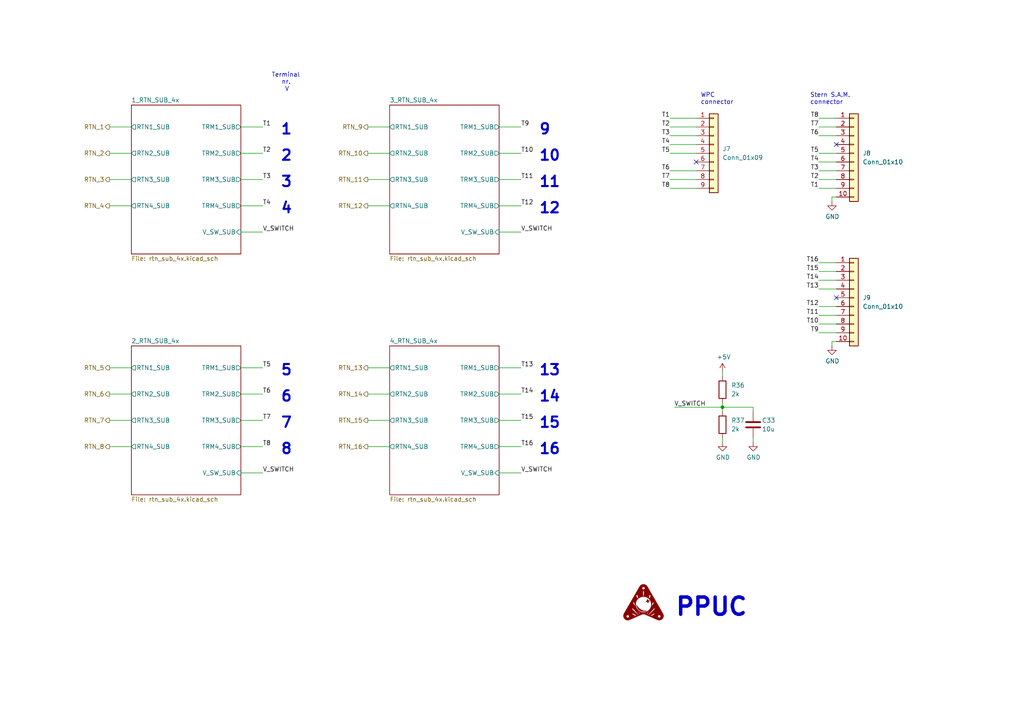
<source format=kicad_sch>
(kicad_sch (version 20211123) (generator eeschema)
  (paper "A4")
  (title_block (title "IO_16x8_matrix") (date "2024-02-18") (rev "0.1.0"))
  (lib_symbols
    (symbol "Connector_Generic:Conn_01x09" (pin_names (offset 1.016) hide)
      (property "Reference" "J" (at 0 12.7 0))
      (property "Value" "Conn_01x09" (at 0 -12.7 0))
      (symbol "Conn_01x09_1_1"
        (rectangle (start -1.27 -10.033) (end 0 -10.287) (stroke (width 0.1524)))
        (rectangle (start -1.27 -7.493) (end 0 -7.747) (stroke (width 0.1524)))
        (rectangle (start -1.27 -4.953) (end 0 -5.207) (stroke (width 0.1524)))
        (rectangle (start -1.27 -2.413) (end 0 -2.667) (stroke (width 0.1524)))
        (rectangle (start -1.27 0.127) (end 0 -0.127) (stroke (width 0.1524)))
        (rectangle (start -1.27 2.667) (end 0 2.413) (stroke (width 0.1524)))
        (rectangle (start -1.27 5.207) (end 0 4.953) (stroke (width 0.1524)))
        (rectangle (start -1.27 7.747) (end 0 7.493) (stroke (width 0.1524)))
        (rectangle (start -1.27 10.287) (end 0 10.033) (stroke (width 0.1524)))
        (rectangle (start -1.27 11.43) (end 1.27 -11.43) (stroke (width 0.254)) (fill (type background)))
        (pin passive line (at -5.08 10.16 0) (length 3.81) (name "Pin_1") (number "1"))
        (pin passive line (at -5.08 7.62 0) (length 3.81) (name "Pin_2") (number "2"))
        (pin passive line (at -5.08 5.08 0) (length 3.81) (name "Pin_3") (number "3"))
        (pin passive line (at -5.08 2.54 0) (length 3.81) (name "Pin_4") (number "4"))
        (pin passive line (at -5.08 0 0) (length 3.81) (name "Pin_5") (number "5"))
        (pin passive line (at -5.08 -2.54 0) (length 3.81) (name "Pin_6") (number "6"))
        (pin passive line (at -5.08 -5.08 0) (length 3.81) (name "Pin_7") (number "7"))
        (pin passive line (at -5.08 -7.62 0) (length 3.81) (name "Pin_8") (number "8"))
        (pin passive line (at -5.08 -10.16 0) (length 3.81) (name "Pin_9") (number "9"))
      )
    )
    (symbol "Connector_Generic:Conn_01x10" (pin_names (offset 1.016) hide)
      (property "Reference" "J" (at 0 12.7 0))
      (property "Value" "Conn_01x10" (at 0 -15.24 0))
      (symbol "Conn_01x10_1_1"
        (rectangle (start -1.27 -12.573) (end 0 -12.827) (stroke (width 0.1524)))
        (rectangle (start -1.27 -10.033) (end 0 -10.287) (stroke (width 0.1524)))
        (rectangle (start -1.27 -7.493) (end 0 -7.747) (stroke (width 0.1524)))
        (rectangle (start -1.27 -4.953) (end 0 -5.207) (stroke (width 0.1524)))
        (rectangle (start -1.27 -2.413) (end 0 -2.667) (stroke (width 0.1524)))
        (rectangle (start -1.27 0.127) (end 0 -0.127) (stroke (width 0.1524)))
        (rectangle (start -1.27 2.667) (end 0 2.413) (stroke (width 0.1524)))
        (rectangle (start -1.27 5.207) (end 0 4.953) (stroke (width 0.1524)))
        (rectangle (start -1.27 7.747) (end 0 7.493) (stroke (width 0.1524)))
        (rectangle (start -1.27 10.287) (end 0 10.033) (stroke (width 0.1524)))
        (rectangle (start -1.27 11.43) (end 1.27 -13.97) (stroke (width 0.254)) (fill (type background)))
        (pin passive line (at -5.08 10.16 0) (length 3.81) (name "Pin_1") (number "1"))
        (pin passive line (at -5.08 -12.7 0) (length 3.81) (name "Pin_10") (number "10"))
        (pin passive line (at -5.08 7.62 0) (length 3.81) (name "Pin_2") (number "2"))
        (pin passive line (at -5.08 5.08 0) (length 3.81) (name "Pin_3") (number "3"))
        (pin passive line (at -5.08 2.54 0) (length 3.81) (name "Pin_4") (number "4"))
        (pin passive line (at -5.08 0 0) (length 3.81) (name "Pin_5") (number "5"))
        (pin passive line (at -5.08 -2.54 0) (length 3.81) (name "Pin_6") (number "6"))
        (pin passive line (at -5.08 -5.08 0) (length 3.81) (name "Pin_7") (number "7"))
        (pin passive line (at -5.08 -7.62 0) (length 3.81) (name "Pin_8") (number "8"))
        (pin passive line (at -5.08 -10.16 0) (length 3.81) (name "Pin_9") (number "9"))
      )
    )
    (symbol "Device:C" (pin_numbers hide) (pin_names (offset 0.254))
      (property "Reference" "C" (at 0.635 2.54 0))
      (property "Value" "C" (at 0.635 -2.54 0))
      (symbol "C_0_1"
        (polyline (pts (xy -2.032 -0.762) (xy 2.032 -0.762)) (stroke (width 0.508)))
        (polyline (pts (xy -2.032 0.762) (xy 2.032 0.762)) (stroke (width 0.508)))
      )
      (symbol "C_1_1"
        (pin passive line (at 0 3.81 270) (length 2.794) (name "~") (number "1"))
        (pin passive line (at 0 -3.81 90) (length 2.794) (name "~") (number "2"))
      )
    )
    (symbol "Device:R" (pin_numbers hide) (pin_names (offset 0))
      (property "Reference" "R" (at 2.032 0 90))
      (property "Value" "R" (at 0 0 90))
      (symbol "R_0_1"
        (rectangle (start -1.016 -2.54) (end 1.016 2.54) (stroke (width 0.254)))
      )
      (symbol "R_1_1"
        (pin passive line (at 0 3.81 270) (length 1.27) (name "~") (number "1"))
        (pin passive line (at 0 -3.81 90) (length 1.27) (name "~") (number "2"))
      )
    )
    (symbol "PPUC_LOGO_LIB:LOGO" (pin_names (offset 1.016))
      (symbol "LOGO_0_0"
        (polyline (pts (xy 1.3461 0.5723) (xy 1.401 0.7319) (xy 1.5604 0.9187) (xy 1.7415 1.0689) (xy 1.5906 1.0703) (xy 1.4626 1.0839) (xy 1.2757 1.1732) (xy 1.1226 1.3565) (xy 1.0185 1.5273) (xy 1.0183 1.3201) (xy 1.0052 1.1853) (xy 0.9467 1.0647) (xy 0.8201 0.9316) (xy 0.6221 0.7503) (xy 0.8008 0.7503) (xy 0.8737 0.7451) (xy 1.0075 0.6918) (xy 1.1462 0.5632) (xy 1.3128 0.3761) (xy 1.3461 0.5723)) (stroke (width 0.01)) (fill (type outline)))
        (polyline (pts (xy 0.1988 -2.0744) (xy 0.5626 -2.0132) (xy 0.8306 -1.9387) (xy 0.5626 -1.9329) (xy 0.4034 -1.9255) (xy -0.1437 -1.8346) (xy -0.6511 -1.6461) (xy -1.1124 -1.3635) (xy -1.5212 -0.9906) (xy -1.8709 -0.5311) (xy -1.984 -0.3573) (xy -2.0545 -0.2659) (xy -2.0804 -0.2689) (xy -2.0663 -0.3675) (xy -2.0172 -0.5626) (xy -1.9531 -0.7694) (xy -1.7523 -1.1905) (xy -1.478 -1.5343) (xy -1.1315 -1.7993) (xy -0.7139 -1.9844) (xy -0.5869 -2.0195) (xy -0.2016 -2.0761) (xy 0.1988 -2.0744)) (stroke (width 0.01)) (fill (type outline)))
        (polyline (pts (xy -4.5517 -4.6263) (xy -4.4448 -4.6087) (xy -4.3144 -4.5748) (xy -4.1524 -4.5216) (xy -3.9504 -4.4461) (xy -3.7002 -4.3452) (xy -3.3934 -4.216) (xy -3.0218 -4.0554) (xy -2.5771 -3.8605) (xy -2.0509 -3.6282) (xy -1.435 -3.3556) (xy -1.2826 -3.2884) (xy -0.8872 -3.1181) (xy -0.5757 -2.9915) (xy -0.3394 -2.9052) (xy -0.1694 -2.8558) (xy -0.0568 -2.84) (xy -0.0245 -2.8416) (xy 0.131 -2.8733) (xy 0.3579 -2.9476) (xy 0.3988 -2.9636) (xy 0.839 -2.9636) (xy 0.8472 -2.8886) (xy 0.9027 -2.7535) (xy 0.9916 -2.5822) (xy 1.0998 -2.3987) (xy 1.2134 -2.2268) (xy 1.3183 -2.0905) (xy 1.4005 -2.0137) (xy 1.4168 -2.0042) (xy 1.5142 -1.9565) (xy 1.554 -1.9532) (xy 1.5352 -1.9949) (xy 1.471 -2.1124) (xy 1.372 -2.2847) (xy 1.2494 -2.4921) (xy 1.1911 -2.5891) (xy 1.067 -2.7902) (xy 0.9809 -2.9159) (xy 0.922 -2.9787) (xy 0.8793 -2.9916) (xy 0.8417 -2.9673) (xy 0.839 -2.9636) (xy 0.3988 -2.9636) (xy 0.6639 -3.0673) (xy 0.7882 -3.1204) (xy 1.3552 -3.1204) (xy 1.3684 -3.0819) (xy 1.4092 -3.0182) (xy 1.4848 -2.9199) (xy 1.6022 -2.7776) (xy 1.7681 -2.5821) (xy 1.9898 -2.3238) (xy 2.2741 -1.9934) (xy 2.3543 -1.9006) (xy 2.5716 -1.6532) (xy 2.7639 -1.4401) (xy 2.9202 -1.2731) (xy 3.0295 -1.1642) (xy 3.0806 -1.1253) (xy 3.1358 -1.1406) (xy 3.2268 -1.2163) (xy 3.2683 -1.3101) (xy 3.2514 -1.3383) (xy 3.1703 -1.4365) (xy 3.0314 -1.5923) (xy 2.845 -1.7944) (xy 2.6213 -2.0315) (xy 2.3707 -2.2924) (xy 2.351 -2.3128) (xy 2.0542 -2.6162) (xy 1.8219 -2.8468) (xy 1.6473 -3.011) (xy 1.5231 -3.1152) (xy 1.4426 -3.1656) (xy 1.3986 -3.1685) (xy 1.3841 -3.1593) (xy 1.3628 -3.1431) (xy 1.3552 -3.1204) (xy 0.7882 -3.1204) (xy 1.0567 -3.2351) (xy 1.0705 -3.2411) (xy 1.3795 -3.3769) (xy 1.9566 -3.3769) (xy 1.9884 -3.3276) (xy 2.094 -3.2343) (xy 2.2572 -3.1101) (xy 2.4618 -2.9683) (xy 2.6777 -2.8269) (xy 2.8466 -2.7247) (xy 2.9592 -2.6709) (xy 3.0317 -2.658) (xy 3.0801 -2.6784) (xy 3.1461 -2.75) (xy 3.1608 -2.8368) (xy 3.096 -2.9317) (xy 2.9448 -3.0443) (xy 2.7 -3.184) (xy 2.4032 -3.33) (xy 2.1841 -3.41) (xy 2.1049 -3.4183) (xy 4.0884 -3.4183) (xy 4.1623 -3.2625) (xy 4.3036 -3.1508) (xy 4.5012 -3.108) (xy 4.5793 -3.1144) (xy 4.7536 -3.1871) (xy 4.8688 -3.3198) (xy 4.9151 -3.4866) (xy 4.8831 -3.6614) (xy 4.7631 -3.818) (xy 4.7494 -3.8288) (xy 4.5699 -3.9046) (xy 4.377 -3.8877) (xy 4.2041 -3.7802) (xy 4.187 -3.7622) (xy 4.093 -3.5932) (xy 4.0884 -3.4183) (xy 2.1049 -3.4183) (xy 2.0372 -3.4254) (xy 1.9569 -3.3776) (xy 1.9566 -3.3769) (xy 1.3795 -3.3769) (xy 1.4118 -3.3911) (xy 1.8166 -3.5689) (xy 2.2518 -3.7602) (xy 2.6843 -3.9502) (xy 3.0812 -4.1246) (xy 3.4438 -4.2828) (xy 3.7384 -4.4075) (xy 3.9656 -4.4978) (xy 4.1405 -4.5588) (xy 4.2783 -4.5958) (xy 4.3943 -4.6142) (xy 4.5035 -4.6191) (xy 4.5541 -4.6183) (xy 4.9176 -4.5572) (xy 5.2324 -4.407) (xy 5.4866 -4.1778) (xy 5.6688 -3.8797) (xy 5.767 -3.5229) (xy 5.7717 -3.4883) (xy 5.7812 -3.4013) (xy 5.7831 -3.317) (xy 5.7737 -3.2275) (xy 5.7489 -3.1248) (xy 5.7051 -3.001) (xy 5.6384 -2.848) (xy 5.5448 -2.658) (xy 5.4206 -2.4231) (xy 5.2619 -2.1351) (xy 5.0648 -1.7863) (xy 4.8256 -1.3685) (xy 4.5403 -0.874) (xy 4.2052 -0.2947) (xy 3.8596 0.3026) (xy 3.2999 1.2707) (xy 2.6957 2.3167) (xy 2.0442 3.4454) (xy 1.3424 4.6621) (xy 1.3358 4.6735) (xy 1.1639 4.9694) (xy 1.0314 5.1879) (xy 0.9254 5.3445) (xy 0.8331 5.4546) (xy 0.7415 5.5337) (xy 0.6378 5.5972) (xy 0.509 5.6605) (xy 0.4416 5.69) (xy 0.084 5.7811) (xy -0.2769 5.7684) (xy -0.6253 5.6522) (xy -0.7345 5.5939) (xy -0.885 5.5) (xy -0.9779 5.4245) (xy -0.9942 5.4027) (xy -1.0647 5.2936) (xy -1.1755 5.1127) (xy -1.3175 4.8747) (xy -1.4638 4.6255) (xy -0.4632 4.6255) (xy -0.4306 4.8182) (xy -0.3984 4.8816) (xy -0.2632 5.0164) (xy -0.0889 5.0695) (xy 0.0977 5.0371) (xy 0.2697 4.9157) (xy 0.3554 4.7754) (xy 0.3676 4.5978) (xy 0.2886 4.4299) (xy 0.1241 4.2957) (xy 0.0455 4.2633) (xy -0.1365 4.2539) (xy -0.2956 4.324) (xy -0.4114 4.4543) (xy -0.4632 4.6255) (xy -1.4638 4.6255) (xy -1.4819 4.5946) (xy -1.66 4.287) (xy -1.7166 4.1885) (xy -1.9049 3.8615) (xy -2.0851 3.5488) (xy -2.1688 3.404) (xy -0.2283 3.404) (xy -0.2262 3.5927) (xy -0.2144 3.7126) (xy -0.1911 3.7823) (xy -0.1547 3.82) (xy -0.0974 3.8437) (xy 0.0195 3.8417) (xy 0.061 3.8097) (xy 0.0892 3.7328) (xy 0.1031 3.5914) (xy 0.1067 3.3643) (xy 0.1066 3.3405) (xy 0.1012 3.0848) (xy 0.089 2.834) (xy 0.0724 2.6392) (xy 0.0716 2.6321) (xy 0.043 2.4646) (xy 0.0034 2.3807) (xy -0.0579 2.3578) (xy -0.1111 2.3636) (xy -0.1783 2.398) (xy -0.1789 2.3992) (xy -0.1896 2.4712) (xy -0.2012 2.627) (xy -0.2123 2.8444) (xy -0.2216 3.1014) (xy -0.2224 3.1282) (xy -0.2283 3.404) (xy -2.1688 3.404) (xy -2.2461 3.2702) (xy -2.3763 3.0453) (xy -2.4646 2.8937) (xy -2.5328 2.7766) (xy -2.6595 2.5584) (xy -2.6793 2.5242) (xy -2.1341 2.5242) (xy -2.1155 2.5845) (xy -2.0247 2.675) (xy -1.8982 2.6952) (xy -1.7757 2.633) (xy -1.7537 2.6068) (xy -1.6879 2.4618) (xy -1.6458 2.267) (xy -1.6309 2.0599) (xy -1.6466 1.8782) (xy -1.6962 1.7594) (xy -1.7615 1.6966) (xy -1.8218 1.6612) (xy -1.8419 1.6763) (xy -1.8946 1.7681) (xy -1.9597 1.9182) (xy -2.0266 2.0977) (xy -2.0849 2.2778) (xy -2.1243 2.4296) (xy -2.1341 2.5242) (xy -2.6793 2.5242) (xy -2.8158 2.2886) (xy -2.9879 1.9906) (xy -3.1625 1.688) (xy -3.2951 1.458) (xy -3.469 1.1568) (xy -3.63 0.8782) (xy -3.7647 0.6455) (xy -3.8595 0.4823) (xy -3.8914 0.4274) (xy -3.0678 0.4274) (xy -3.0484 0.5433) (xy -2.9776 0.6215) (xy -2.8768 0.6275) (xy -2.7998 0.5648) (xy -2.7033 0.4155) (xy -2.6127 0.2108) (xy -2.5894 0.1365) (xy -2.3239 0.1365) (xy -2.2472 0.5701) (xy -2.0885 0.9814) (xy -1.8498 1.3566) (xy -1.5332 1.6819) (xy -1.1407 1.9435) (xy -0.9119 2.0507) (xy -0.4377 2.1933) (xy 0.0354 2.2296) (xy 0.504 2.1594) (xy 0.8654 2.0208) (xy 1.5087 2.0208) (xy 1.525 2.2218) (xy 1.567 2.4548) (xy 1.6445 2.6272) (xy 1.7518 2.7009) (xy 1.8868 2.6733) (xy 1.9403 2.6399) (xy 1.9991 2.568) (xy 2.0109 2.4625) (xy 1.976 2.3022) (xy 1.8947 2.0662) (xy 1.8728 2.0084) (xy 1.8012 1.8315) (xy 1.7436 1.7078) (xy 1.7109 1.6612) (xy 1.6648 1.6879) (xy 1.5826 1.7664) (xy 1.55 1.8078) (xy 1.5157 1.8934) (xy 1.5087 2.0208) (xy 0.8654 2.0208) (xy 0.9647 1.9827) (xy 1.1079 1.903) (xy 1.4698 1.6273) (xy 1.772 1.2848) (xy 2.0056 0.8931) (xy 2.1613 0.4697) (xy 2.2302 0.0322) (xy 2.203 -0.4019) (xy 2.1714 -0.5408) (xy 2.1461 -0.6155) (xy 2.3578 -0.6155) (xy 2.3583 -0.2943) (xy 2.3682 -0.0984) (xy 2.4156 0.0962) (xy 2.5179 0.3043) (xy 2.5922 0.4276) (xy 2.6782 0.5541) (xy 2.7341 0.617) (xy 2.7414 0.6209) (xy 2.8273 0.6122) (xy 2.9101 0.5431) (xy 2.9472 0.4477) (xy 2.9318 0.398) (xy 2.8706 0.2689) (xy 2.7736 0.0883) (xy 2.6525 -0.1215) (xy 2.3578 -0.6155) (xy 2.1461 -0.6155) (xy 2.064 -0.8575) (xy 1.9161 -1.1751) (xy 1.7457 -1.4578) (xy 1.5706 -1.6698) (xy 1.3652 -1.8396) (xy 1.0298 -2.0466) (xy 0.6676 -2.2076) (xy 0.3215 -2.3008) (xy 0.1712 -2.3246) (xy 0.0123 -2.3442) (xy -0.1182 -2.3464) (xy -0.2648 -2.331) (xy -0.4724 -2.2979) (xy -0.4834 -2.296) (xy -0.9009 -2.1729) (xy -1.3021 -1.9569) (xy -1.6617 -1.6616) (xy -1.7713 -1.5443) (xy -2.0424 -1.1598) (xy -2.2235 -0.7423) (xy -2.3167 -0.3056) (xy -2.3239 0.1365) (xy -2.5894 0.1365) (xy -2.5398 -0.0217) (xy -2.4965 -0.2545) (xy -2.4816 -0.4145) (xy -2.4756 -0.541) (xy -2.4815 -0.5894) (xy -2.5017 -0.5657) (xy -2.5654 -0.4691) (xy -2.6582 -0.3191) (xy -2.7664 -0.1389) (xy -2.8762 0.0488) (xy -2.974 0.2208) (xy -3.046 0.3543) (xy -3.0678 0.4274) (xy -3.8914 0.4274) (xy -4.074 0.1136) (xy -4.3251 -0.3193) (xy -4.5746 -0.7508) (xy -4.8159 -1.1694) (xy -4.8786 -1.2784) (xy -3.3671 -1.2784) (xy -3.3327 -1.1892) (xy -3.2323 -1.1521) (xy -3.1966 -1.1624) (xy -3.1101 -1.2232) (xy -2.9813 -1.3438) (xy -2.8042 -1.5303) (xy -2.5728 -1.7888) (xy -2.4208 -1.9643) (xy -1.6612 -1.9643) (xy -1.6594 -1.9591) (xy -1.608 -1.97) (xy -1.508 -2.0309) (xy -1.4986 -2.0381) (xy -1.4073 -2.1382) (xy -1.294 -2.297) (xy -1.1757 -2.4857) (xy -1.1695 -2.4968) (xy -0.7356 -2.4968) (xy -0.7314 -2.4282) (xy -0.7254 -2.4236) (xy -0.6547 -2.4286) (xy -0.5743 -2.4801) (xy -0.5359 -2.5467) (xy -0.5327 -2.5851) (xy -0.5292 -2.5989) (xy -0.1072 -2.5989) (xy -0.1012 -2.5619) (xy -0.0536 -2.5185) (xy -0.029 -2.5276) (xy 0 -2.5989) (xy -0.0061 -2.6359) (xy -0.0536 -2.6793) (xy -0.0783 -2.6702) (xy -0.1072 -2.5989) (xy -0.5292 -2.5989) (xy -0.5081 -2.6831) (xy 0.3751 -2.6831) (xy 0.3938 -2.606) (xy 0.4512 -2.5082) (xy 0.5205 -2.4385) (xy 0.5741 -2.4318) (xy 0.5748 -2.4325) (xy 0.5814 -2.4999) (xy 0.5635 -2.6219) (xy 0.5251 -2.7192) (xy 0.4602 -2.7803) (xy 0.4009 -2.7713) (xy 0.3751 -2.6831) (xy -0.5081 -2.6831) (xy -0.5034 -2.7017) (xy -0.4959 -2.7525) (xy -0.5517 -2.7865) (xy -0.5685 -2.7818) (xy -0.6326 -2.7165) (xy -0.6955 -2.6073) (xy -0.7356 -2.4968) (xy -1.1695 -2.4968) (xy -1.0699 -2.6753) (xy -0.9938 -2.8369) (xy -0.9646 -2.9417) (xy -0.969 -2.9815) (xy -1.0057 -2.9971) (xy -1.0815 -2.9245) (xy -1.199 -2.761) (xy -1.3606 -2.5038) (xy -1.4599 -2.3373) (xy -1.5641 -2.1562) (xy -1.635 -2.025) (xy -1.6612 -1.9643) (xy -2.4208 -1.9643) (xy -2.2811 -2.1255) (xy -2.1217 -2.3119) (xy -1.9044 -2.5679) (xy -1.7186 -2.7886) (xy -1.574 -2.9626) (xy -1.4803 -3.0784) (xy -1.4469 -3.1245) (xy -1.454 -3.1382) (xy -1.52 -3.1781) (xy -1.5278 -3.1783) (xy -1.6047 -3.1327) (xy -1.7462 -3.0164) (xy -1.9453 -2.8356) (xy -2.1952 -2.5966) (xy -2.489 -2.3054) (xy -2.6581 -2.1348) (xy -2.9131 -1.8736) (xy -3.1029 -1.672) (xy -3.2353 -1.521) (xy -3.3182 -1.4112) (xy -3.3595 -1.3334) (xy -3.3671 -1.2784) (xy -4.8786 -1.2784) (xy -5.0426 -1.5637) (xy -5.2481 -1.9224) (xy -5.4258 -2.2341) (xy -5.5692 -2.4873) (xy -5.6719 -2.6707) (xy -5.7271 -2.7729) (xy -5.7627 -2.8709) (xy -3.2801 -2.8709) (xy -3.2782 -2.7698) (xy -3.2311 -2.6705) (xy -3.1611 -2.6257) (xy -3.1607 -2.6257) (xy -3.0971 -2.6543) (xy -2.9637 -2.7303) (xy -2.7798 -2.8423) (xy -2.5647 -2.9788) (xy -2.4856 -3.0303) (xy -2.2723 -3.1753) (xy -2.1417 -3.2771) (xy -2.0852 -3.3429) (xy -2.0946 -3.3799) (xy -2.1486 -3.4044) (xy -2.2775 -3.4271) (xy -2.3431 -3.4116) (xy -2.4883 -3.3518) (xy -2.6743 -3.2611) (xy -2.8733 -3.1545) (xy -3.0577 -3.0469) (xy -3.1998 -2.9533) (xy -3.2718 -2.8888) (xy -3.2801 -2.8709) (xy -5.7627 -2.8709) (xy -5.8531 -3.1193) (xy -5.8778 -3.4709) (xy -5.8635 -3.5309) (xy -5.022 -3.5309) (xy -5.0037 -3.3668) (xy -4.9098 -3.2345) (xy -4.7661 -3.1451) (xy -4.5983 -3.1099) (xy -4.432 -3.1399) (xy -4.293 -3.2464) (xy -4.1967 -3.4285) (xy -4.2009 -3.61) (xy -4.3113 -3.7802) (xy -4.4173 -3.8602) (xy -4.5991 -3.9092) (xy -4.7763 -3.8703) (xy -4.9237 -3.7513) (xy -5.016 -3.5602) (xy -5.022 -3.5309) (xy -5.8635 -3.5309) (xy -5.7969 -3.8115) (xy -5.611 -4.1347) (xy -5.4411 -4.3242) (xy -5.1815 -4.5027) (xy -4.8682 -4.6016) (xy -4.8152 -4.6112) (xy -4.7286 -4.6245) (xy -4.6436 -4.6306) (xy -4.5517 -4.6263)) (stroke (width 0.01)) (fill (type outline)))
      )
    )
    (symbol "power:+5V" (power) (pin_names (offset 0))
      (property "Value" "+5V" (at 0 3.556 0))
      (symbol "+5V_0_1"
        (polyline (pts (xy -0.762 1.27) (xy 0 2.54)))
        (polyline (pts (xy 0 0) (xy 0 2.54)))
        (polyline (pts (xy 0 2.54) (xy 0.762 1.27)))
      )
      (symbol "+5V_1_1"
        (pin power_in line (at 0 0 90) (length 0) hide (name "+5V") (number "1"))
      )
    )
    (symbol "power:GND" (power) (pin_names (offset 0))
      (property "Value" "GND" (at 0 -3.81 0))
      (symbol "GND_0_1"
        (polyline (pts (xy 0 0) (xy 0 -1.27) (xy 1.27 -1.27) (xy 0 -2.54) (xy -1.27 -1.27) (xy 0 -1.27)))
      )
      (symbol "GND_1_1"
        (pin power_in line (at 0 0 270) (length 0) hide (name "GND") (number "1"))
      )
    )
  )
  (junction (at 209.55 118.11))
  (no_connect (at 242.57 41.91))
  (no_connect (at 201.93 46.99))
  (no_connect (at 242.57 86.36))
  (wire (pts (xy 194.31 54.61) (xy 201.93 54.61)))
  (wire (pts (xy 106.68 106.68) (xy 113.03 106.68)))
  (wire (pts (xy 194.31 41.91) (xy 201.93 41.91)))
  (wire (pts (xy 209.55 118.11) (xy 218.44 118.11)))
  (wire (pts (xy 69.85 67.31) (xy 76.2 67.31)))
  (wire (pts (xy 144.78 106.68) (xy 151.13 106.68)))
  (wire (pts (xy 31.75 121.92) (xy 38.1 121.92)))
  (wire (pts (xy 144.78 52.07) (xy 151.13 52.07)))
  (wire (pts (xy 237.49 78.74) (xy 242.57 78.74)))
  (wire (pts (xy 237.49 91.44) (xy 242.57 91.44)))
  (wire (pts (xy 237.49 44.45) (xy 242.57 44.45)))
  (wire (pts (xy 237.49 93.98) (xy 242.57 93.98)))
  (wire (pts (xy 237.49 39.37) (xy 242.57 39.37)))
  (wire (pts (xy 237.49 34.29) (xy 242.57 34.29)))
  (wire (pts (xy 209.55 118.11) (xy 209.55 119.38)))
  (wire (pts (xy 31.75 106.68) (xy 38.1 106.68)))
  (wire (pts (xy 241.3 57.15) (xy 241.3 58.42)))
  (wire (pts (xy 237.49 96.52) (xy 242.57 96.52)))
  (wire (pts (xy 209.55 116.84) (xy 209.55 118.11)))
  (wire (pts (xy 69.85 36.83) (xy 76.2 36.83)))
  (wire (pts (xy 237.49 88.9) (xy 242.57 88.9)))
  (wire (pts (xy 31.75 114.3) (xy 38.1 114.3)))
  (wire (pts (xy 106.68 129.54) (xy 113.03 129.54)))
  (wire (pts (xy 106.68 59.69) (xy 113.03 59.69)))
  (wire (pts (xy 242.57 99.06) (xy 241.3 99.06)))
  (wire (pts (xy 106.68 36.83) (xy 113.03 36.83)))
  (wire (pts (xy 194.31 39.37) (xy 201.93 39.37)))
  (wire (pts (xy 195.58 118.11) (xy 209.55 118.11)))
  (wire (pts (xy 69.85 129.54) (xy 76.2 129.54)))
  (wire (pts (xy 144.78 129.54) (xy 151.13 129.54)))
  (wire (pts (xy 237.49 49.53) (xy 242.57 49.53)))
  (wire (pts (xy 242.57 57.15) (xy 241.3 57.15)))
  (wire (pts (xy 31.75 44.45) (xy 38.1 44.45)))
  (wire (pts (xy 237.49 83.82) (xy 242.57 83.82)))
  (wire (pts (xy 194.31 36.83) (xy 201.93 36.83)))
  (wire (pts (xy 237.49 54.61) (xy 242.57 54.61)))
  (wire (pts (xy 237.49 76.2) (xy 242.57 76.2)))
  (wire (pts (xy 237.49 36.83) (xy 242.57 36.83)))
  (wire (pts (xy 69.85 121.92) (xy 76.2 121.92)))
  (wire (pts (xy 31.75 129.54) (xy 38.1 129.54)))
  (wire (pts (xy 69.85 52.07) (xy 76.2 52.07)))
  (wire (pts (xy 194.31 49.53) (xy 201.93 49.53)))
  (wire (pts (xy 31.75 36.83) (xy 38.1 36.83)))
  (wire (pts (xy 31.75 59.69) (xy 38.1 59.69)))
  (wire (pts (xy 144.78 67.31) (xy 151.13 67.31)))
  (wire (pts (xy 31.75 52.07) (xy 38.1 52.07)))
  (wire (pts (xy 218.44 127) (xy 218.44 128.27)))
  (wire (pts (xy 69.85 106.68) (xy 76.2 106.68)))
  (wire (pts (xy 144.78 137.16) (xy 151.13 137.16)))
  (wire (pts (xy 106.68 121.92) (xy 113.03 121.92)))
  (wire (pts (xy 241.3 99.06) (xy 241.3 100.33)))
  (wire (pts (xy 69.85 59.69) (xy 76.2 59.69)))
  (wire (pts (xy 144.78 44.45) (xy 151.13 44.45)))
  (wire (pts (xy 144.78 114.3) (xy 151.13 114.3)))
  (wire (pts (xy 194.31 34.29) (xy 201.93 34.29)))
  (wire (pts (xy 194.31 44.45) (xy 201.93 44.45)))
  (wire (pts (xy 106.68 44.45) (xy 113.03 44.45)))
  (wire (pts (xy 144.78 59.69) (xy 151.13 59.69)))
  (wire (pts (xy 106.68 52.07) (xy 113.03 52.07)))
  (wire (pts (xy 69.85 44.45) (xy 76.2 44.45)))
  (wire (pts (xy 209.55 107.95) (xy 209.55 109.22)))
  (wire (pts (xy 237.49 52.07) (xy 242.57 52.07)))
  (wire (pts (xy 144.78 36.83) (xy 151.13 36.83)))
  (wire (pts (xy 69.85 137.16) (xy 76.2 137.16)))
  (wire (pts (xy 237.49 81.28) (xy 242.57 81.28)))
  (wire (pts (xy 194.31 52.07) (xy 201.93 52.07)))
  (wire (pts (xy 209.55 127) (xy 209.55 128.27)))
  (wire (pts (xy 237.49 46.99) (xy 242.57 46.99)))
  (wire (pts (xy 144.78 121.92) (xy 151.13 121.92)))
  (wire (pts (xy 106.68 114.3) (xy 113.03 114.3)))
  (wire (pts (xy 69.85 114.3) (xy 76.2 114.3)))
  (wire (pts (xy 218.44 118.11) (xy 218.44 119.38)))
  (text "10" (at 156.21 46.99 0) (effects (font (size 3 3) (thickness 0.6) bold) (justify left bottom)))
  (text "16" (at 156.21 132.08 0) (effects (font (size 3 3) (thickness 0.6) bold) (justify left bottom)))
  (text "7" (at 81.28 124.46 0) (effects (font (size 3 3) (thickness 0.6) bold) (justify left bottom)))
  (text "14" (at 156.21 116.84 0) (effects (font (size 3 3) (thickness 0.6) bold) (justify left bottom)))
  (text "8" (at 81.28 132.08 0) (effects (font (size 3 3) (thickness 0.6) bold) (justify left bottom)))
  (text "15" (at 156.21 124.46 0) (effects (font (size 3 3) (thickness 0.6) bold) (justify left bottom)))
  (text "1" (at 81.28 39.37 0) (effects (font (size 3 3) (thickness 0.6) bold) (justify left bottom)))
  (text "11" (at 156.21 54.61 0) (effects (font (size 3 3) (thickness 0.6) bold) (justify left bottom)))
  (text "13" (at 156.21 109.22 0) (effects (font (size 3 3) (thickness 0.6) bold) (justify left bottom)))
  (text "4" (at 81.28 62.23 0) (effects (font (size 3 3) (thickness 0.6) bold) (justify left bottom)))
  (text "PPUC" (at 195.58 179.07 0) (effects (font (size 5 5) bold) (justify left bottom)))
  (text "12" (at 156.21 62.23 0) (effects (font (size 3 3) (thickness 0.6) bold) (justify left bottom)))
  (text "WPC\nconnector\n" (at 203.2 30.48 0) (effects (font (size 1.27 1.27)) (justify left bottom)))
  (text "3" (at 81.28 54.61 0) (effects (font (size 3 3) (thickness 0.6) bold) (justify left bottom)))
  (text "6" (at 81.28 116.84 0) (effects (font (size 3 3) (thickness 0.6) bold) (justify left bottom)))
  (text "Terminal\n   nr.\n    V" (at 78.74 26.67 0) (effects (font (size 1.27 1.27)) (justify left bottom)))
  (text "Stern S.A.M.\nconnector\n" (at 234.95 30.48 0) (effects (font (size 1.27 1.27)) (justify left bottom)))
  (text "2" (at 81.28 46.99 0) (effects (font (size 3 3) (thickness 0.6) bold) (justify left bottom)))
  (text "9" (at 156.21 39.37 0) (effects (font (size 3 3) (thickness 0.6) bold) (justify left bottom)))
  (text "5" (at 81.28 109.22 0) (effects (font (size 3 3) (thickness 0.6) bold) (justify left bottom)))
  (label "T5" (at 237.49 44.45 180))
  (label "T13" (at 151.13 106.68 0))
  (label "T15" (at 237.49 78.74 180))
  (label "T13" (at 237.49 83.82 180))
  (label "T5" (at 194.31 44.45 180))
  (label "T6" (at 237.49 39.37 180))
  (label "T4" (at 237.49 46.99 180))
  (label "V_SWITCH" (at 76.2 137.16 0))
  (label "T6" (at 194.31 49.53 180))
  (label "T9" (at 237.49 96.52 180))
  (label "T8" (at 194.31 54.61 180))
  (label "T5" (at 76.2 106.68 0))
  (label "T8" (at 76.2 129.54 0))
  (label "T3" (at 237.49 49.53 180))
  (label "T6" (at 76.2 114.3 0))
  (label "T1" (at 76.2 36.83 0))
  (label "T11" (at 237.49 91.44 180))
  (label "V_SWITCH" (at 151.13 137.16 0))
  (label "T11" (at 151.13 52.07 0))
  (label "V_SWITCH" (at 76.2 67.31 0))
  (label "T14" (at 237.49 81.28 180))
  (label "T16" (at 237.49 76.2 180))
  (label "T1" (at 237.49 54.61 180))
  (label "T7" (at 237.49 36.83 180))
  (label "T12" (at 151.13 59.69 0))
  (label "T15" (at 151.13 121.92 0))
  (label "T8" (at 237.49 34.29 180))
  (label "T3" (at 194.31 39.37 180))
  (label "V_SWITCH" (at 195.58 118.11 0))
  (label "T10" (at 151.13 44.45 0))
  (label "T3" (at 76.2 52.07 0))
  (label "T2" (at 76.2 44.45 0))
  (label "T14" (at 151.13 114.3 0))
  (label "T2" (at 194.31 36.83 180))
  (label "T4" (at 76.2 59.69 0))
  (label "T7" (at 194.31 52.07 180))
  (label "T10" (at 237.49 93.98 180))
  (label "T16" (at 151.13 129.54 0))
  (label "T2" (at 237.49 52.07 180))
  (label "T1" (at 194.31 34.29 180))
  (label "V_SWITCH" (at 151.13 67.31 0))
  (label "T12" (at 237.49 88.9 180))
  (label "T9" (at 151.13 36.83 0))
  (label "T7" (at 76.2 121.92 0))
  (label "T4" (at 194.31 41.91 180))
  (hierarchical_label "RTN_14" (shape output) (at 106.68 114.3 180))
  (hierarchical_label "RTN_10" (shape output) (at 106.68 44.45 180))
  (hierarchical_label "RTN_1" (shape output) (at 31.75 36.83 180))
  (hierarchical_label "RTN_11" (shape output) (at 106.68 52.07 180))
  (hierarchical_label "RTN_2" (shape output) (at 31.75 44.45 180))
  (hierarchical_label "RTN_8" (shape output) (at 31.75 129.54 180))
  (hierarchical_label "RTN_9" (shape output) (at 106.68 36.83 180))
  (hierarchical_label "RTN_7" (shape output) (at 31.75 121.92 180))
  (hierarchical_label "RTN_6" (shape output) (at 31.75 114.3 180))
  (hierarchical_label "RTN_5" (shape output) (at 31.75 106.68 180))
  (hierarchical_label "RTN_16" (shape output) (at 106.68 129.54 180))
  (hierarchical_label "RTN_3" (shape output) (at 31.75 52.07 180))
  (hierarchical_label "RTN_15" (shape output) (at 106.68 121.92 180))
  (hierarchical_label "RTN_12" (shape output) (at 106.68 59.69 180))
  (hierarchical_label "RTN_4" (shape output) (at 31.75 59.69 180))
  (hierarchical_label "RTN_13" (shape output) (at 106.68 106.68 180))
  (symbol (lib_id "power:GND") (at 241.3 100.33 0) (unit 1)
    (property "Reference" "#PWR032" (effects hide))
    (property "Value" "GND" (at 241.427 104.7242 0))
  )
  (symbol (lib_id "Device:R") (at 209.55 123.19 0) (unit 1)
    (property "Reference" "R37" (at 212.09 121.9199 0) (effects (justify left)))
    (property "Value" "2k" (at 212.09 124.4599 0) (effects (justify left)))
    (property "Footprint" "Resistor_SMD:R_0603_1608Metric" (effects hide))
  )
  (symbol (lib_id "power:GND") (at 209.55 128.27 0) (unit 1)
    (property "Reference" "#PWR029" (effects hide))
    (property "Value" "GND" (at 209.677 132.6642 0))
  )
  (symbol (lib_id "power:GND") (at 241.3 58.42 0) (unit 1)
    (property "Reference" "#PWR031" (effects hide))
    (property "Value" "GND" (at 241.427 62.8142 0))
  )
  (symbol (lib_id "Connector_Generic:Conn_01x10") (at 247.65 86.36 0) (unit 1)
    (property "Reference" "J9" (at 250.19 86.3599 0) (effects (justify left)))
    (property "Value" "Conn_01x10" (at 250.19 88.8999 0) (effects (justify left)))
    (property "Footprint" "Connector_Molex:Molex_KK-396_5273-10A_1x10_P3.96mm_Vertical" (effects hide))
  )
  (symbol (lib_id "Device:C") (at 218.44 123.19 0) (unit 1)
    (property "Reference" "C33" (at 220.98 121.92 0) (effects (justify left)))
    (property "Value" "10u" (at 220.98 124.46 0) (effects (justify left)))
    (property "Footprint" "Capacitor_SMD:C_0603_1608Metric" (effects hide))
    (property "Note" "close to pin 44" (effects hide))
  )
  (symbol (lib_id "Connector_Generic:Conn_01x10") (at 247.65 44.45 0) (unit 1)
    (property "Reference" "J8" (at 250.19 44.4499 0) (effects (justify left)))
    (property "Value" "Conn_01x10" (at 250.19 46.9899 0) (effects (justify left)))
    (property "Footprint" "Connector_Molex:Molex_KK-396_5273-10A_1x10_P3.96mm_Vertical" (effects hide))
  )
  (symbol (lib_id "power:GND") (at 218.44 128.27 0) (unit 1)
    (property "Reference" "#PWR030" (effects hide))
    (property "Value" "GND" (at 218.567 132.6642 0))
  )
  (symbol (lib_id "power:+5V") (at 209.55 107.95 0) (unit 1)
    (property "Reference" "#PWR028" (effects hide))
    (property "Value" "+5V" (at 209.931 103.5558 0))
  )
  (symbol (lib_id "PPUC_LOGO_LIB:LOGO") (at 186.69 175.26 0) (unit 1)
    (property "Reference" "#G3" (effects hide))
    (property "Value" "LOGO" (effects hide))
  )
  (symbol (lib_id "Device:R") (at 209.55 113.03 0) (unit 1)
    (property "Reference" "R36" (at 212.09 111.7599 0) (effects (justify left)))
    (property "Value" "2k" (at 212.09 114.2999 0) (effects (justify left)))
    (property "Footprint" "Resistor_SMD:R_0603_1608Metric" (effects hide))
  )
  (symbol (lib_id "Connector_Generic:Conn_01x09") (at 207.01 44.45 0) (unit 1)
    (property "Reference" "J7" (at 209.55 43.1799 0) (effects (justify left)))
    (property "Value" "Conn_01x09" (at 209.55 45.7199 0) (effects (justify left)))
    (property "Footprint" "Connector_Molex:Molex_KK-254_AE-6410-09A_1x09_P2.54mm_Vertical" (effects hide))
  )
  (sheet (at 113.03 100.33) (size 31.75 43.18) (stroke (width 0.1524))
    (property "Sheet name" "4_RTN_SUB_4x" (at 113.03 99.6184 0) (effects (justify left bottom)))
    (property "Sheet file" "rtn_sub_4x.kicad_sch" (at 113.03 144.0946 0) (effects (justify left top)))
    (pin "RTN2_SUB" output (at 113.03 114.3 180))
    (pin "TRM2_SUB" output (at 144.78 114.3 0))
    (pin "RTN1_SUB" output (at 113.03 106.68 180))
    (pin "TRM1_SUB" output (at 144.78 106.68 0))
    (pin "TRM3_SUB" output (at 144.78 121.92 0))
    (pin "RTN3_SUB" output (at 113.03 121.92 180))
    (pin "RTN4_SUB" output (at 113.03 129.54 180))
    (pin "TRM4_SUB" output (at 144.78 129.54 0))
    (pin "V_SW_SUB" input (at 144.78 137.16 0))
  )
  (sheet (at 38.1 100.33) (size 31.75 43.18) (stroke (width 0.1524))
    (property "Sheet name" "2_RTN_SUB_4x" (at 38.1 99.6184 0) (effects (justify left bottom)))
    (property "Sheet file" "rtn_sub_4x.kicad_sch" (at 38.1 144.0946 0) (effects (justify left top)))
    (pin "RTN2_SUB" output (at 38.1 114.3 180))
    (pin "TRM2_SUB" output (at 69.85 114.3 0))
    (pin "RTN1_SUB" output (at 38.1 106.68 180))
    (pin "TRM1_SUB" output (at 69.85 106.68 0))
    (pin "TRM3_SUB" output (at 69.85 121.92 0))
    (pin "RTN3_SUB" output (at 38.1 121.92 180))
    (pin "RTN4_SUB" output (at 38.1 129.54 180))
    (pin "TRM4_SUB" output (at 69.85 129.54 0))
    (pin "V_SW_SUB" input (at 69.85 137.16 0))
  )
  (sheet (at 113.03 30.48) (size 31.75 43.18) (stroke (width 0.1524))
    (property "Sheet name" "3_RTN_SUB_4x" (at 113.03 29.7684 0) (effects (justify left bottom)))
    (property "Sheet file" "rtn_sub_4x.kicad_sch" (at 113.03 74.2446 0) (effects (justify left top)))
    (pin "RTN2_SUB" output (at 113.03 44.45 180))
    (pin "TRM2_SUB" output (at 144.78 44.45 0))
    (pin "RTN1_SUB" output (at 113.03 36.83 180))
    (pin "TRM1_SUB" output (at 144.78 36.83 0))
    (pin "TRM3_SUB" output (at 144.78 52.07 0))
    (pin "RTN3_SUB" output (at 113.03 52.07 180))
    (pin "RTN4_SUB" output (at 113.03 59.69 180))
    (pin "TRM4_SUB" output (at 144.78 59.69 0))
    (pin "V_SW_SUB" input (at 144.78 67.31 0))
  )
  (sheet (at 38.1 30.48) (size 31.75 43.18) (stroke (width 0.1524))
    (property "Sheet name" "1_RTN_SUB_4x" (at 38.1 29.7684 0) (effects (justify left bottom)))
    (property "Sheet file" "rtn_sub_4x.kicad_sch" (at 38.1 74.2446 0) (effects (justify left top)))
    (pin "RTN2_SUB" output (at 38.1 44.45 180))
    (pin "TRM2_SUB" output (at 69.85 44.45 0))
    (pin "RTN1_SUB" output (at 38.1 36.83 180))
    (pin "TRM1_SUB" output (at 69.85 36.83 0))
    (pin "TRM3_SUB" output (at 69.85 52.07 0))
    (pin "RTN3_SUB" output (at 38.1 52.07 180))
    (pin "RTN4_SUB" output (at 38.1 59.69 180))
    (pin "TRM4_SUB" output (at 69.85 59.69 0))
    (pin "V_SW_SUB" input (at 69.85 67.31 0))
  )
)
</source>
